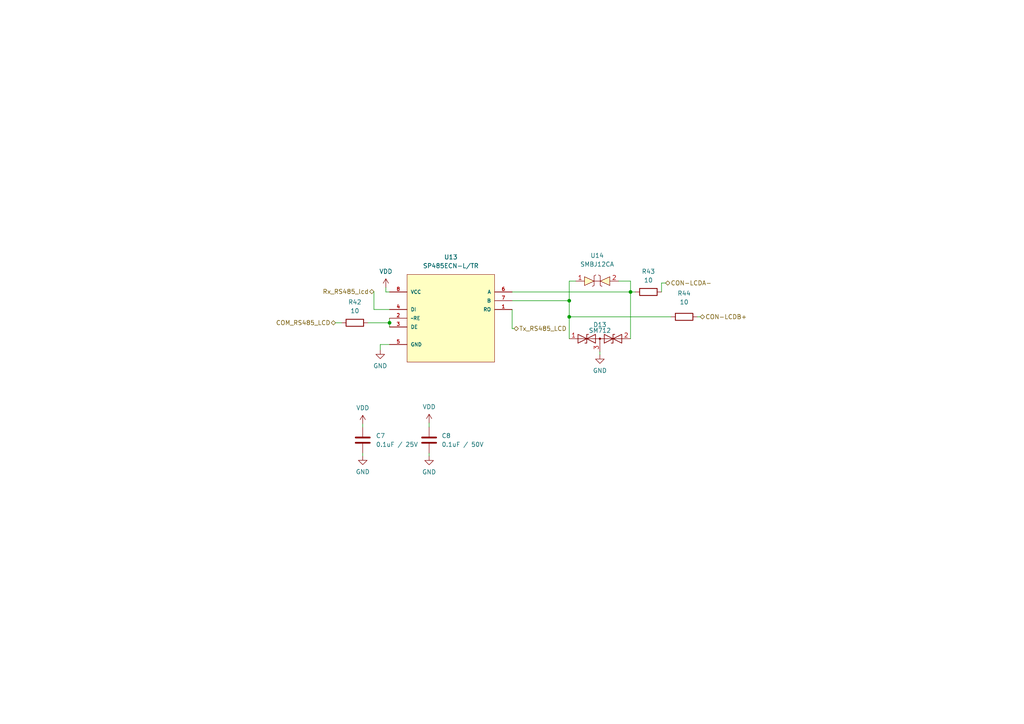
<source format=kicad_sch>
(kicad_sch (version 20230121) (generator eeschema)
  (paper "A4")
  (lib_symbols
    (symbol "Device:C" (pin_numbers hide) (pin_names (offset 0.254))
      (property "Reference" "C" (at 0.635 2.54 0))
      (property "Value" "C" (at 0.635 -2.54 0))
      (symbol "C_0_1"
        (polyline (pts (xy -2.032 -0.762) (xy 2.032 -0.762)) (stroke (width 0.508)))
        (polyline (pts (xy -2.032 0.762) (xy 2.032 0.762)) (stroke (width 0.508)))
      )
      (symbol "C_1_1"
        (pin passive line (at 0 3.81 270) (length 2.794) (name "~") (number "1"))
        (pin passive line (at 0 -3.81 90) (length 2.794) (name "~") (number "2"))
      )
    )
    (symbol "Device:R" (pin_numbers hide) (pin_names (offset 0))
      (property "Reference" "R" (at 2.032 0 90))
      (property "Value" "R" (at 0 0 90))
      (symbol "R_0_1"
        (rectangle (start -1.016 -2.54) (end 1.016 2.54) (stroke (width 0.254)))
      )
      (symbol "R_1_1"
        (pin passive line (at 0 3.81 270) (length 1.27) (name "~") (number "1"))
        (pin passive line (at 0 -3.81 90) (length 1.27) (name "~") (number "2"))
      )
    )
    (symbol "Diode:SM712_SOT23" (pin_names (offset 1.016) hide)
      (property "Reference" "D" (at 0 4.445 0))
      (property "Value" "SM712_SOT23" (at 0 2.54 0))
      (symbol "SM712_SOT23_0_0"
        (polyline (pts (xy 0 -1.27) (xy 0 0)))
      )
      (symbol "SM712_SOT23_0_1"
        (polyline (pts (xy -6.35 0) (xy 6.35 0)))
        (polyline (pts (xy -3.302 1.27) (xy -3.81 1.27) (xy -3.81 -1.27) (xy -4.318 -1.27)) (stroke (width 0.2032)))
        (polyline (pts (xy 4.318 1.27) (xy 3.81 1.27) (xy 3.81 -1.27) (xy 3.302 -1.27)) (stroke (width 0.2032)))
        (polyline (pts (xy -6.35 -1.27) (xy -1.27 1.27) (xy -1.27 -1.27) (xy -6.35 1.27) (xy -6.35 -1.27)) (stroke (width 0.2032)))
        (polyline (pts (xy 1.27 -1.27) (xy 1.27 1.27) (xy 6.35 -1.27) (xy 6.35 1.27) (xy 1.27 -1.27)) (stroke (width 0.2032)))
        (circle (center 0 0) (radius 0.254) (fill (type outline)))
      )
      (symbol "SM712_SOT23_1_1"
        (pin passive line (at -8.89 0 0) (length 2.54) (name "A1") (number "1"))
        (pin passive line (at 8.89 0 180) (length 2.54) (name "A2") (number "2"))
        (pin input line (at 0 -3.81 90) (length 2.54) (name "common") (number "3"))
      )
    )
    (symbol "SP485ECN-L:SP485ECN-L" (pin_names (offset 1.016))
      (property "Reference" "U" (at 12.3334 6.9821 0))
      (property "Value" "SP485ECN-L" (at 13.1756 -23.3243 0))
      (symbol "SP485ECN-L_0_0"
        (rectangle (start 5.08 -20.32) (end 30.48 5.08) (stroke (width 0.127)) (fill (type background)))
        (pin output line (at 35.56 -5.08 180) (length 5.08) (name "RO") (number "1"))
        (pin input line (at 0 -7.62 0) (length 5.08) (name "~RE") (number "2"))
        (pin input line (at 0 -10.16 0) (length 5.08) (name "DE") (number "3"))
        (pin input line (at 0 -5.08 0) (length 5.08) (name "DI") (number "4"))
        (pin passive line (at 0 -15.24 0) (length 5.08) (name "GND") (number "5"))
        (pin output line (at 35.56 0 180) (length 5.08) (name "A") (number "6"))
        (pin output line (at 35.56 -2.54 180) (length 5.08) (name "B") (number "7"))
        (pin power_in line (at 0 0 0) (length 5.08) (name "VCC") (number "8"))
      )
    )
    (symbol "nuevos simvolos:SMBJ12CA"
      (property "Reference" "U" (at 6.858 5.588 0))
      (property "Value" "SMBJ12CA" (at 6.858 4.064 0))
      (symbol "SMBJ12CA_0_1"
        (polyline (pts (xy 0 7.366) (xy 0 5.588)))
        (polyline (pts (xy -1.524 5.08) (xy -1.27 5.588) (xy 1.524 5.588) (xy 1.778 6.096)))
        (polyline (pts (xy -1.524 7.874) (xy -1.27 7.366) (xy 1.524 7.366) (xy 1.778 6.858)))
        (polyline (pts (xy 0 5.588) (xy -1.27 2.794) (xy 1.27 2.794) (xy 0 5.588)) (fill (type background)))
        (polyline (pts (xy 0 7.366) (xy -1.27 10.16) (xy 1.27 10.16) (xy 0 7.366)) (fill (type background)))
      )
      (symbol "SMBJ12CA_1_1"
        (pin bidirectional line (at 0 12.7 270) (length 2.54) (name "") (number "1"))
        (pin bidirectional line (at 0 0.254 90) (length 2.54) (name "") (number "2"))
      )
    )
    (symbol "power:GND" (power) (pin_names (offset 0))
      (property "Value" "GND" (at 0 -3.81 0))
      (symbol "GND_0_1"
        (polyline (pts (xy 0 0) (xy 0 -1.27) (xy 1.27 -1.27) (xy 0 -2.54) (xy -1.27 -1.27) (xy 0 -1.27)))
      )
      (symbol "GND_1_1"
        (pin power_in line (at 0 0 270) (length 0) hide (name "GND") (number "1"))
      )
    )
    (symbol "power:VDD" (power) (pin_names (offset 0))
      (property "Value" "VDD" (at 0 3.81 0))
      (symbol "VDD_0_1"
        (polyline (pts (xy -0.762 1.27) (xy 0 2.54)))
        (polyline (pts (xy 0 0) (xy 0 2.54)))
        (polyline (pts (xy 0 2.54) (xy 0.762 1.27)))
      )
      (symbol "VDD_1_1"
        (pin power_in line (at 0 0 90) (length 0) hide (name "VDD") (number "1"))
      )
    )
  )
  (junction (at 112.9792 93.6244))
  (junction (at 165.1 91.8972))
  (junction (at 165.1 87.2236))
  (junction (at 182.88 84.6836))
  (wire (pts (xy 148.5392 84.6836) (xy 182.88 84.6836)))
  (wire (pts (xy 124.46 131.4704) (xy 124.46 132.2832)))
  (wire (pts (xy 165.1 91.8972) (xy 194.6148 91.8972)))
  (wire (pts (xy 124.46 122.682) (xy 124.46 123.8504)))
  (wire (pts (xy 111.9124 83.4136) (xy 111.9124 84.6836)))
  (wire (pts (xy 182.88 84.6836) (xy 182.88 98.2472)))
  (wire (pts (xy 165.1 91.8972) (xy 165.1 87.2236)))
  (wire (pts (xy 149.098 95.3008) (xy 148.5392 95.3008)))
  (wire (pts (xy 179.4256 81.534) (xy 182.88 81.534)))
  (wire (pts (xy 111.9124 84.6836) (xy 112.9792 84.6836)))
  (wire (pts (xy 148.5392 95.3008) (xy 148.5392 89.7636)))
  (wire (pts (xy 112.9792 99.9236) (xy 110.2868 99.9236)))
  (wire (pts (xy 182.88 84.6836) (xy 184.2516 84.6836)))
  (wire (pts (xy 105.2068 131.4704) (xy 105.2068 132.2324)))
  (wire (pts (xy 191.8716 82.0928) (xy 191.8716 84.6836)))
  (wire (pts (xy 165.1 81.534) (xy 165.1 87.2236)))
  (wire (pts (xy 105.2068 122.9868) (xy 105.2068 123.8504)))
  (wire (pts (xy 108.458 89.7636) (xy 112.9792 89.7636)))
  (wire (pts (xy 193.04 82.0928) (xy 191.8716 82.0928)))
  (wire (pts (xy 165.1 98.2472) (xy 165.1 91.8972)))
  (wire (pts (xy 112.9792 92.3036) (xy 112.9792 93.6244)))
  (wire (pts (xy 108.458 84.582) (xy 108.458 89.7636)))
  (wire (pts (xy 182.88 81.534) (xy 182.88 84.6836)))
  (wire (pts (xy 106.7308 93.6244) (xy 112.9792 93.6244)))
  (wire (pts (xy 110.2868 99.9236) (xy 110.2868 101.4984)))
  (wire (pts (xy 202.2348 91.8972) (xy 203.0984 91.8972)))
  (wire (pts (xy 97.3328 93.6244) (xy 99.1108 93.6244)))
  (wire (pts (xy 166.9796 81.534) (xy 165.1 81.534)))
  (wire (pts (xy 112.9792 93.6244) (xy 112.9792 94.8436)))
  (wire (pts (xy 173.99 102.0572) (xy 173.99 102.87)))
  (wire (pts (xy 165.1 87.2236) (xy 148.5392 87.2236)))
  (hierarchical_label "CON-LCDA-" (shape bidirectional) (at 193.04 82.0928 0))
  (hierarchical_label "Tx_RS485_LCD" (shape bidirectional) (at 149.098 95.3008 0))
  (hierarchical_label "Rx_RS485_lcd" (shape bidirectional) (at 108.458 84.582 180))
  (hierarchical_label "COM_RS485_LCD" (shape bidirectional) (at 97.3328 93.6244 180))
  (hierarchical_label "CON-LCDB+" (shape bidirectional) (at 203.0984 91.8972 0))
  (symbol (lib_id "Device:R") (at 188.0616 84.6836 90) (unit 1)
    (property "Reference" "R43" (at 188.0616 78.74 90))
    (property "Value" "10" (at 188.0616 81.28 90))
    (property "Footprint" "Resistor_SMD:R_0805_2012Metric" (effects hide))
    (property "Part_Number" "0805W8F100JT5E" (effects hide))
  )
  (symbol (lib_id "Device:C") (at 105.2068 127.6604 0) (unit 1)
    (property "Reference" "C7" (at 109.0168 126.3903 0) (effects (justify left)))
    (property "Value" "0.1uF / 25V" (at 109.0168 128.9303 0) (effects (justify left)))
    (property "Footprint" "Capacitor_SMD:C_0805_2012Metric" (effects hide))
    (property "Part_Number" "CC0805KRX7R9BB104" (effects hide))
  )
  (symbol (lib_id "power:GND") (at 110.2868 101.4984 0) (unit 1)
    (property "Reference" "#PWR0149" (effects hide))
    (property "Value" "GND" (at 110.2868 106.1212 0))
  )
  (symbol (lib_id "power:GND") (at 173.99 102.87 0) (unit 1)
    (property "Reference" "#PWR0152" (effects hide))
    (property "Value" "GND" (at 173.99 107.4928 0))
  )
  (symbol (lib_id "nuevos simvolos:SMBJ12CA") (at 179.6796 81.534 90) (unit 1)
    (property "Reference" "U14" (at 173.2026 74.1172 90))
    (property "Value" "SMBJ12CA" (at 173.2026 76.6572 90))
    (property "Footprint" "nuevo simbolo:SMBJ12CA" (effects hide))
    (property "Part_Number" "SMBJ12CA" (effects hide))
  )
  (symbol (lib_id "power:VDD") (at 124.46 122.682 0) (unit 1)
    (property "Reference" "#PWR04" (effects hide))
    (property "Value" "VDD" (at 124.46 118.0084 0))
  )
  (symbol (lib_id "Device:R") (at 102.9208 93.6244 90) (unit 1)
    (property "Reference" "R42" (at 102.9208 87.63 90))
    (property "Value" "10" (at 102.9208 90.17 90))
    (property "Footprint" "Resistor_SMD:R_0805_2012Metric" (effects hide))
    (property "Part_Number" "0805W8F100JT5E" (effects hide))
  )
  (symbol (lib_id "power:GND") (at 124.46 132.2832 0) (unit 1)
    (property "Reference" "#PWR0147" (effects hide))
    (property "Value" "GND" (at 124.46 136.906 0))
  )
  (symbol (lib_id "Device:R") (at 198.4248 91.8972 90) (unit 1)
    (property "Reference" "R44" (at 198.4248 85.09 90))
    (property "Value" "10" (at 198.4248 87.63 90))
    (property "Footprint" "Resistor_SMD:R_0805_2012Metric" (effects hide))
    (property "Part_Number" "0805W8F100JT5E" (effects hide))
  )
  (symbol (lib_id "power:GND") (at 105.2068 132.2324 0) (unit 1)
    (property "Reference" "#PWR0150" (effects hide))
    (property "Value" "GND" (at 105.2068 136.8552 0))
  )
  (symbol (lib_id "power:VDD") (at 111.9124 83.4136 0) (unit 1)
    (property "Reference" "#PWR02" (effects hide))
    (property "Value" "VDD" (at 111.9124 78.74 0))
  )
  (symbol (lib_id "SP485ECN-L:SP485ECN-L") (at 112.9792 84.6836 0) (unit 1)
    (property "Reference" "U13" (at 130.7592 74.5744 0))
    (property "Value" "SP485ECN-L/TR" (at 130.7592 77.1144 0))
    (property "Footprint" "SP485ECN-L:SOIC127P600X175-8N" (effects hide))
    (property "Part_Number" "SP485ECN-L/TR" (effects hide))
    (property "OC_FARNELL" "1831933" (effects hide))
    (property "OC_NEWARK" "24R0570" (effects hide))
    (property "MPN" "SP485ECN-L" (effects hide))
    (property "PACKAGE" "SOIC-8" (effects hide))
  )
  (symbol (lib_id "power:VDD") (at 105.2068 122.9868 0) (unit 1)
    (property "Reference" "#PWR03" (effects hide))
    (property "Value" "VDD" (at 105.2068 118.3132 0))
  )
  (symbol (lib_id "Diode:SM712_SOT23") (at 173.99 98.2472 0) (unit 1)
    (property "Reference" "D13" (at 173.99 94.1832 0))
    (property "Value" "SM712" (at 173.99 95.8596 0))
    (property "Footprint" "Package_TO_SOT_SMD:SOT-23" (effects hide))
    (property "Part_Number" "SM712" (effects hide))
  )
  (symbol (lib_id "Device:C") (at 124.46 127.6604 0) (unit 1)
    (property "Reference" "C8" (at 128.0668 126.3903 0) (effects (justify left)))
    (property "Value" "0.1uF / 50V" (at 128.0668 128.9303 0) (effects (justify left)))
    (property "Footprint" "Capacitor_SMD:C_0805_2012Metric" (effects hide))
    (property "Part_Number" "CC0805KRX7R9BB104" (effects hide))
  )
)
</source>
